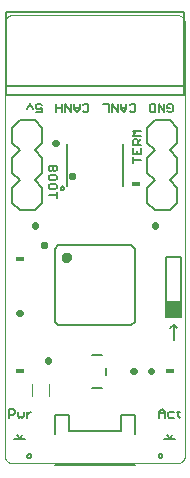
<source format=gto>
G75*
%MOIN*%
%OFA0B0*%
%FSLAX25Y25*%
%IPPOS*%
%LPD*%
%AMOC8*
5,1,8,0,0,1.08239X$1,22.5*
%
%ADD10C,0.00000*%
%ADD11C,0.00500*%
%ADD12C,0.01600*%
%ADD13C,0.00800*%
%ADD14C,0.02200*%
%ADD15R,0.03000X0.01800*%
%ADD16C,0.00600*%
%ADD17C,0.01575*%
%ADD18C,0.00200*%
D10*
X0035095Y0032058D02*
X0035095Y0176433D01*
X0035097Y0176531D01*
X0035103Y0176629D01*
X0035112Y0176727D01*
X0035126Y0176824D01*
X0035143Y0176921D01*
X0035164Y0177017D01*
X0035189Y0177112D01*
X0035217Y0177206D01*
X0035250Y0177298D01*
X0035285Y0177390D01*
X0035325Y0177480D01*
X0035367Y0177568D01*
X0035414Y0177655D01*
X0035463Y0177739D01*
X0035516Y0177822D01*
X0035572Y0177902D01*
X0035632Y0177981D01*
X0035694Y0178057D01*
X0035759Y0178130D01*
X0035827Y0178201D01*
X0035898Y0178269D01*
X0035971Y0178334D01*
X0036047Y0178396D01*
X0036126Y0178456D01*
X0036206Y0178512D01*
X0036289Y0178565D01*
X0036373Y0178614D01*
X0036460Y0178661D01*
X0036548Y0178703D01*
X0036638Y0178743D01*
X0036730Y0178778D01*
X0036822Y0178811D01*
X0036916Y0178839D01*
X0037011Y0178864D01*
X0037107Y0178885D01*
X0037204Y0178902D01*
X0037301Y0178916D01*
X0037399Y0178925D01*
X0037497Y0178931D01*
X0037595Y0178933D01*
X0092595Y0178933D01*
X0092693Y0178931D01*
X0092791Y0178925D01*
X0092889Y0178916D01*
X0092986Y0178902D01*
X0093083Y0178885D01*
X0093179Y0178864D01*
X0093274Y0178839D01*
X0093368Y0178811D01*
X0093460Y0178778D01*
X0093552Y0178743D01*
X0093642Y0178703D01*
X0093730Y0178661D01*
X0093817Y0178614D01*
X0093901Y0178565D01*
X0093984Y0178512D01*
X0094064Y0178456D01*
X0094143Y0178396D01*
X0094219Y0178334D01*
X0094292Y0178269D01*
X0094363Y0178201D01*
X0094431Y0178130D01*
X0094496Y0178057D01*
X0094558Y0177981D01*
X0094618Y0177902D01*
X0094674Y0177822D01*
X0094727Y0177739D01*
X0094776Y0177655D01*
X0094823Y0177568D01*
X0094865Y0177480D01*
X0094905Y0177390D01*
X0094940Y0177298D01*
X0094973Y0177206D01*
X0095001Y0177112D01*
X0095026Y0177017D01*
X0095047Y0176921D01*
X0095064Y0176824D01*
X0095078Y0176727D01*
X0095087Y0176629D01*
X0095093Y0176531D01*
X0095095Y0176433D01*
X0095095Y0032058D01*
X0095093Y0031960D01*
X0095087Y0031862D01*
X0095078Y0031764D01*
X0095064Y0031667D01*
X0095047Y0031570D01*
X0095026Y0031474D01*
X0095001Y0031379D01*
X0094973Y0031285D01*
X0094940Y0031193D01*
X0094905Y0031101D01*
X0094865Y0031011D01*
X0094823Y0030923D01*
X0094776Y0030836D01*
X0094727Y0030752D01*
X0094674Y0030669D01*
X0094618Y0030589D01*
X0094558Y0030510D01*
X0094496Y0030434D01*
X0094431Y0030361D01*
X0094363Y0030290D01*
X0094292Y0030222D01*
X0094219Y0030157D01*
X0094143Y0030095D01*
X0094064Y0030035D01*
X0093984Y0029979D01*
X0093901Y0029926D01*
X0093817Y0029877D01*
X0093730Y0029830D01*
X0093642Y0029788D01*
X0093552Y0029748D01*
X0093460Y0029713D01*
X0093368Y0029680D01*
X0093274Y0029652D01*
X0093179Y0029627D01*
X0093083Y0029606D01*
X0092986Y0029589D01*
X0092889Y0029575D01*
X0092791Y0029566D01*
X0092693Y0029560D01*
X0092595Y0029558D01*
X0037595Y0029558D01*
X0037497Y0029560D01*
X0037399Y0029566D01*
X0037301Y0029575D01*
X0037204Y0029589D01*
X0037107Y0029606D01*
X0037011Y0029627D01*
X0036916Y0029652D01*
X0036822Y0029680D01*
X0036730Y0029713D01*
X0036638Y0029748D01*
X0036548Y0029788D01*
X0036460Y0029830D01*
X0036373Y0029877D01*
X0036289Y0029926D01*
X0036206Y0029979D01*
X0036126Y0030035D01*
X0036047Y0030095D01*
X0035971Y0030157D01*
X0035898Y0030222D01*
X0035827Y0030290D01*
X0035759Y0030361D01*
X0035694Y0030434D01*
X0035632Y0030510D01*
X0035572Y0030589D01*
X0035516Y0030669D01*
X0035463Y0030752D01*
X0035414Y0030836D01*
X0035367Y0030923D01*
X0035325Y0031011D01*
X0035285Y0031101D01*
X0035250Y0031193D01*
X0035217Y0031285D01*
X0035189Y0031379D01*
X0035164Y0031474D01*
X0035143Y0031570D01*
X0035126Y0031667D01*
X0035112Y0031764D01*
X0035103Y0031862D01*
X0035097Y0031960D01*
X0035095Y0032058D01*
D11*
X0042595Y0032058D02*
X0042597Y0032108D01*
X0042603Y0032157D01*
X0042613Y0032206D01*
X0042626Y0032253D01*
X0042644Y0032300D01*
X0042665Y0032345D01*
X0042689Y0032388D01*
X0042717Y0032429D01*
X0042748Y0032468D01*
X0042782Y0032504D01*
X0042819Y0032538D01*
X0042859Y0032568D01*
X0042900Y0032595D01*
X0042944Y0032619D01*
X0042989Y0032639D01*
X0043036Y0032655D01*
X0043084Y0032668D01*
X0043133Y0032677D01*
X0043183Y0032682D01*
X0043232Y0032683D01*
X0043282Y0032680D01*
X0043331Y0032673D01*
X0043380Y0032662D01*
X0043427Y0032648D01*
X0043473Y0032629D01*
X0043518Y0032607D01*
X0043561Y0032582D01*
X0043601Y0032553D01*
X0043639Y0032521D01*
X0043675Y0032487D01*
X0043708Y0032449D01*
X0043737Y0032409D01*
X0043763Y0032367D01*
X0043786Y0032323D01*
X0043805Y0032277D01*
X0043821Y0032230D01*
X0043833Y0032181D01*
X0043841Y0032132D01*
X0043845Y0032083D01*
X0043845Y0032033D01*
X0043841Y0031984D01*
X0043833Y0031935D01*
X0043821Y0031886D01*
X0043805Y0031839D01*
X0043786Y0031793D01*
X0043763Y0031749D01*
X0043737Y0031707D01*
X0043708Y0031667D01*
X0043675Y0031629D01*
X0043639Y0031595D01*
X0043601Y0031563D01*
X0043561Y0031534D01*
X0043518Y0031509D01*
X0043473Y0031487D01*
X0043427Y0031468D01*
X0043380Y0031454D01*
X0043331Y0031443D01*
X0043282Y0031436D01*
X0043232Y0031433D01*
X0043183Y0031434D01*
X0043133Y0031439D01*
X0043084Y0031448D01*
X0043036Y0031461D01*
X0042989Y0031477D01*
X0042944Y0031497D01*
X0042900Y0031521D01*
X0042859Y0031548D01*
X0042819Y0031578D01*
X0042782Y0031612D01*
X0042748Y0031648D01*
X0042717Y0031687D01*
X0042689Y0031728D01*
X0042665Y0031771D01*
X0042644Y0031816D01*
X0042626Y0031863D01*
X0042613Y0031910D01*
X0042603Y0031959D01*
X0042597Y0032008D01*
X0042595Y0032058D01*
X0042488Y0044808D02*
X0042488Y0046610D01*
X0042488Y0045709D02*
X0043389Y0046610D01*
X0043839Y0046610D01*
X0041343Y0046610D02*
X0041343Y0045258D01*
X0040893Y0044808D01*
X0040442Y0045258D01*
X0039992Y0044808D01*
X0039542Y0045258D01*
X0039542Y0046610D01*
X0038397Y0047060D02*
X0038397Y0046159D01*
X0037946Y0045709D01*
X0036595Y0045709D01*
X0036595Y0044808D02*
X0036595Y0047510D01*
X0037946Y0047510D01*
X0038397Y0047060D01*
X0052422Y0118042D02*
X0052422Y0119844D01*
X0052422Y0118943D02*
X0049720Y0118943D01*
X0050171Y0120988D02*
X0049720Y0121439D01*
X0049720Y0122340D01*
X0050171Y0122790D01*
X0051972Y0122790D01*
X0052422Y0122340D01*
X0052422Y0121439D01*
X0051972Y0120988D01*
X0050171Y0120988D01*
X0050171Y0123935D02*
X0051972Y0123935D01*
X0052422Y0124385D01*
X0052422Y0125286D01*
X0051972Y0125737D01*
X0050171Y0125737D01*
X0049720Y0125286D01*
X0049720Y0124385D01*
X0050171Y0123935D01*
X0050171Y0126882D02*
X0049720Y0127332D01*
X0049720Y0128683D01*
X0052422Y0128683D01*
X0052422Y0127332D01*
X0051972Y0126882D01*
X0051522Y0126882D01*
X0051071Y0127332D01*
X0051071Y0128683D01*
X0051071Y0127332D02*
X0050621Y0126882D01*
X0050171Y0126882D01*
X0052329Y0146606D02*
X0052329Y0149308D01*
X0052329Y0147957D02*
X0054131Y0147957D01*
X0054131Y0149308D02*
X0054131Y0146606D01*
X0055276Y0146606D02*
X0055276Y0149308D01*
X0057077Y0146606D01*
X0057077Y0149308D01*
X0058222Y0149308D02*
X0058222Y0147507D01*
X0059123Y0146606D01*
X0060024Y0147507D01*
X0060024Y0149308D01*
X0061169Y0148858D02*
X0061619Y0149308D01*
X0062520Y0149308D01*
X0062970Y0148858D01*
X0062970Y0147056D01*
X0062520Y0146606D01*
X0061619Y0146606D01*
X0061169Y0147056D01*
X0060024Y0147957D02*
X0058222Y0147957D01*
X0067954Y0149308D02*
X0069756Y0149308D01*
X0069756Y0146606D01*
X0070901Y0146606D02*
X0070901Y0149308D01*
X0072702Y0146606D01*
X0072702Y0149308D01*
X0073847Y0149308D02*
X0073847Y0147507D01*
X0074748Y0146606D01*
X0075649Y0147507D01*
X0075649Y0149308D01*
X0076794Y0148858D02*
X0077244Y0149308D01*
X0078145Y0149308D01*
X0078595Y0148858D01*
X0078595Y0147056D01*
X0078145Y0146606D01*
X0077244Y0146606D01*
X0076794Y0147056D01*
X0075649Y0147957D02*
X0073847Y0147957D01*
X0077768Y0140449D02*
X0080470Y0140449D01*
X0080470Y0138648D02*
X0077768Y0138648D01*
X0078669Y0139548D01*
X0077768Y0140449D01*
X0078218Y0137503D02*
X0079119Y0137503D01*
X0079569Y0137052D01*
X0079569Y0135701D01*
X0079569Y0136602D02*
X0080470Y0137503D01*
X0080470Y0135701D02*
X0077768Y0135701D01*
X0077768Y0137052D01*
X0078218Y0137503D01*
X0077768Y0134556D02*
X0077768Y0132755D01*
X0080470Y0132755D01*
X0080470Y0134556D01*
X0079119Y0133655D02*
X0079119Y0132755D01*
X0077768Y0131610D02*
X0077768Y0129808D01*
X0077768Y0130709D02*
X0080470Y0130709D01*
X0083851Y0146606D02*
X0085202Y0146606D01*
X0085202Y0149308D01*
X0083851Y0149308D01*
X0083401Y0148858D01*
X0083401Y0147056D01*
X0083851Y0146606D01*
X0086347Y0146606D02*
X0086347Y0149308D01*
X0088149Y0146606D01*
X0088149Y0149308D01*
X0089294Y0148858D02*
X0089294Y0147957D01*
X0090194Y0147957D01*
X0089294Y0148858D02*
X0089744Y0149308D01*
X0090645Y0149308D01*
X0091095Y0148858D01*
X0091095Y0147056D01*
X0090645Y0146606D01*
X0089744Y0146606D01*
X0089294Y0147056D01*
X0088845Y0098308D02*
X0093845Y0098308D01*
X0093845Y0078308D01*
X0093845Y0083308D01*
X0088845Y0083308D01*
X0088845Y0078308D01*
X0093845Y0078308D01*
X0088845Y0078308D01*
X0088845Y0098308D01*
X0088845Y0083271D02*
X0093845Y0083271D01*
X0093845Y0082772D02*
X0088845Y0082772D01*
X0088845Y0082274D02*
X0093845Y0082274D01*
X0093845Y0081775D02*
X0088845Y0081775D01*
X0088845Y0081277D02*
X0093845Y0081277D01*
X0093845Y0080778D02*
X0088845Y0080778D01*
X0088845Y0080280D02*
X0093845Y0080280D01*
X0093845Y0079781D02*
X0088845Y0079781D01*
X0088845Y0079283D02*
X0093845Y0079283D01*
X0093845Y0078784D02*
X0088845Y0078784D01*
X0091345Y0075808D02*
X0090095Y0074558D01*
X0091345Y0075808D02*
X0092595Y0074558D01*
X0091345Y0075808D02*
X0091345Y0070808D01*
X0087496Y0047510D02*
X0086595Y0046610D01*
X0086595Y0044808D01*
X0086595Y0046159D02*
X0088397Y0046159D01*
X0088397Y0046610D02*
X0088397Y0044808D01*
X0089542Y0045258D02*
X0089542Y0046159D01*
X0089992Y0046610D01*
X0091343Y0046610D01*
X0092488Y0046610D02*
X0093389Y0046610D01*
X0092939Y0047060D02*
X0092939Y0045258D01*
X0093389Y0044808D01*
X0091343Y0044808D02*
X0089992Y0044808D01*
X0089542Y0045258D01*
X0088397Y0046610D02*
X0087496Y0047510D01*
X0086345Y0032058D02*
X0086347Y0032108D01*
X0086353Y0032157D01*
X0086363Y0032206D01*
X0086376Y0032253D01*
X0086394Y0032300D01*
X0086415Y0032345D01*
X0086439Y0032388D01*
X0086467Y0032429D01*
X0086498Y0032468D01*
X0086532Y0032504D01*
X0086569Y0032538D01*
X0086609Y0032568D01*
X0086650Y0032595D01*
X0086694Y0032619D01*
X0086739Y0032639D01*
X0086786Y0032655D01*
X0086834Y0032668D01*
X0086883Y0032677D01*
X0086933Y0032682D01*
X0086982Y0032683D01*
X0087032Y0032680D01*
X0087081Y0032673D01*
X0087130Y0032662D01*
X0087177Y0032648D01*
X0087223Y0032629D01*
X0087268Y0032607D01*
X0087311Y0032582D01*
X0087351Y0032553D01*
X0087389Y0032521D01*
X0087425Y0032487D01*
X0087458Y0032449D01*
X0087487Y0032409D01*
X0087513Y0032367D01*
X0087536Y0032323D01*
X0087555Y0032277D01*
X0087571Y0032230D01*
X0087583Y0032181D01*
X0087591Y0032132D01*
X0087595Y0032083D01*
X0087595Y0032033D01*
X0087591Y0031984D01*
X0087583Y0031935D01*
X0087571Y0031886D01*
X0087555Y0031839D01*
X0087536Y0031793D01*
X0087513Y0031749D01*
X0087487Y0031707D01*
X0087458Y0031667D01*
X0087425Y0031629D01*
X0087389Y0031595D01*
X0087351Y0031563D01*
X0087311Y0031534D01*
X0087268Y0031509D01*
X0087223Y0031487D01*
X0087177Y0031468D01*
X0087130Y0031454D01*
X0087081Y0031443D01*
X0087032Y0031436D01*
X0086982Y0031433D01*
X0086933Y0031434D01*
X0086883Y0031439D01*
X0086834Y0031448D01*
X0086786Y0031461D01*
X0086739Y0031477D01*
X0086694Y0031497D01*
X0086650Y0031521D01*
X0086609Y0031548D01*
X0086569Y0031578D01*
X0086532Y0031612D01*
X0086498Y0031648D01*
X0086467Y0031687D01*
X0086439Y0031728D01*
X0086415Y0031771D01*
X0086394Y0031816D01*
X0086376Y0031863D01*
X0086363Y0031910D01*
X0086353Y0031959D01*
X0086347Y0032008D01*
X0086345Y0032058D01*
X0047345Y0146606D02*
X0045544Y0146606D01*
X0045994Y0147507D02*
X0045544Y0147957D01*
X0045544Y0148858D01*
X0045994Y0149308D01*
X0046895Y0149308D01*
X0047345Y0148858D01*
X0047345Y0147957D02*
X0046444Y0147507D01*
X0045994Y0147507D01*
X0047345Y0147957D02*
X0047345Y0146606D01*
X0044399Y0147507D02*
X0043498Y0149308D01*
X0042597Y0147507D01*
D12*
X0057054Y0125391D02*
X0057056Y0125430D01*
X0057062Y0125469D01*
X0057072Y0125507D01*
X0057085Y0125544D01*
X0057102Y0125579D01*
X0057122Y0125613D01*
X0057146Y0125644D01*
X0057173Y0125673D01*
X0057202Y0125699D01*
X0057234Y0125722D01*
X0057268Y0125742D01*
X0057304Y0125758D01*
X0057341Y0125770D01*
X0057380Y0125779D01*
X0057419Y0125784D01*
X0057458Y0125785D01*
X0057497Y0125782D01*
X0057536Y0125775D01*
X0057573Y0125764D01*
X0057610Y0125750D01*
X0057645Y0125732D01*
X0057678Y0125711D01*
X0057709Y0125686D01*
X0057737Y0125659D01*
X0057762Y0125629D01*
X0057784Y0125596D01*
X0057803Y0125562D01*
X0057818Y0125526D01*
X0057830Y0125488D01*
X0057838Y0125450D01*
X0057842Y0125411D01*
X0057842Y0125371D01*
X0057838Y0125332D01*
X0057830Y0125294D01*
X0057818Y0125256D01*
X0057803Y0125220D01*
X0057784Y0125186D01*
X0057762Y0125153D01*
X0057737Y0125123D01*
X0057709Y0125096D01*
X0057678Y0125071D01*
X0057645Y0125050D01*
X0057610Y0125032D01*
X0057573Y0125018D01*
X0057536Y0125007D01*
X0057497Y0125000D01*
X0057458Y0124997D01*
X0057419Y0124998D01*
X0057380Y0125003D01*
X0057341Y0125012D01*
X0057304Y0125024D01*
X0057268Y0125040D01*
X0057234Y0125060D01*
X0057202Y0125083D01*
X0057173Y0125109D01*
X0057146Y0125138D01*
X0057122Y0125169D01*
X0057102Y0125203D01*
X0057085Y0125238D01*
X0057072Y0125275D01*
X0057062Y0125313D01*
X0057056Y0125352D01*
X0057054Y0125391D01*
X0047679Y0102266D02*
X0047681Y0102305D01*
X0047687Y0102344D01*
X0047697Y0102382D01*
X0047710Y0102419D01*
X0047727Y0102454D01*
X0047747Y0102488D01*
X0047771Y0102519D01*
X0047798Y0102548D01*
X0047827Y0102574D01*
X0047859Y0102597D01*
X0047893Y0102617D01*
X0047929Y0102633D01*
X0047966Y0102645D01*
X0048005Y0102654D01*
X0048044Y0102659D01*
X0048083Y0102660D01*
X0048122Y0102657D01*
X0048161Y0102650D01*
X0048198Y0102639D01*
X0048235Y0102625D01*
X0048270Y0102607D01*
X0048303Y0102586D01*
X0048334Y0102561D01*
X0048362Y0102534D01*
X0048387Y0102504D01*
X0048409Y0102471D01*
X0048428Y0102437D01*
X0048443Y0102401D01*
X0048455Y0102363D01*
X0048463Y0102325D01*
X0048467Y0102286D01*
X0048467Y0102246D01*
X0048463Y0102207D01*
X0048455Y0102169D01*
X0048443Y0102131D01*
X0048428Y0102095D01*
X0048409Y0102061D01*
X0048387Y0102028D01*
X0048362Y0101998D01*
X0048334Y0101971D01*
X0048303Y0101946D01*
X0048270Y0101925D01*
X0048235Y0101907D01*
X0048198Y0101893D01*
X0048161Y0101882D01*
X0048122Y0101875D01*
X0048083Y0101872D01*
X0048044Y0101873D01*
X0048005Y0101878D01*
X0047966Y0101887D01*
X0047929Y0101899D01*
X0047893Y0101915D01*
X0047859Y0101935D01*
X0047827Y0101958D01*
X0047798Y0101984D01*
X0047771Y0102013D01*
X0047747Y0102044D01*
X0047727Y0102078D01*
X0047710Y0102113D01*
X0047697Y0102150D01*
X0047687Y0102188D01*
X0047681Y0102227D01*
X0047679Y0102266D01*
D13*
X0045095Y0113933D02*
X0047595Y0116433D01*
X0047595Y0121433D01*
X0045095Y0123933D01*
X0047595Y0126433D01*
X0047595Y0131433D01*
X0045095Y0133933D01*
X0047595Y0136433D01*
X0047595Y0141433D01*
X0045095Y0143933D01*
X0040095Y0143933D01*
X0037595Y0141433D01*
X0037595Y0136433D01*
X0040095Y0133933D01*
X0037595Y0131433D01*
X0037595Y0126433D01*
X0040095Y0123933D01*
X0037595Y0121433D01*
X0037595Y0116433D01*
X0040095Y0113933D01*
X0045095Y0113933D01*
X0053680Y0121283D02*
X0053682Y0121330D01*
X0053688Y0121377D01*
X0053698Y0121424D01*
X0053711Y0121469D01*
X0053729Y0121513D01*
X0053750Y0121555D01*
X0053774Y0121596D01*
X0053802Y0121634D01*
X0053833Y0121670D01*
X0053867Y0121703D01*
X0053903Y0121733D01*
X0053942Y0121760D01*
X0053983Y0121784D01*
X0054026Y0121804D01*
X0054070Y0121820D01*
X0054116Y0121833D01*
X0054162Y0121842D01*
X0054210Y0121847D01*
X0054257Y0121848D01*
X0054304Y0121845D01*
X0054351Y0121838D01*
X0054397Y0121827D01*
X0054442Y0121813D01*
X0054486Y0121794D01*
X0054527Y0121772D01*
X0054567Y0121747D01*
X0054605Y0121718D01*
X0054640Y0121687D01*
X0054673Y0121652D01*
X0054702Y0121615D01*
X0054728Y0121576D01*
X0054751Y0121534D01*
X0054770Y0121491D01*
X0054786Y0121446D01*
X0054798Y0121400D01*
X0054806Y0121354D01*
X0054810Y0121307D01*
X0054810Y0121259D01*
X0054806Y0121212D01*
X0054798Y0121166D01*
X0054786Y0121120D01*
X0054770Y0121075D01*
X0054751Y0121032D01*
X0054728Y0120990D01*
X0054702Y0120951D01*
X0054673Y0120914D01*
X0054640Y0120879D01*
X0054605Y0120848D01*
X0054567Y0120819D01*
X0054528Y0120794D01*
X0054486Y0120772D01*
X0054442Y0120753D01*
X0054397Y0120739D01*
X0054351Y0120728D01*
X0054304Y0120721D01*
X0054257Y0120718D01*
X0054210Y0120719D01*
X0054162Y0120724D01*
X0054116Y0120733D01*
X0054070Y0120746D01*
X0054026Y0120762D01*
X0053983Y0120782D01*
X0053942Y0120806D01*
X0053903Y0120833D01*
X0053867Y0120863D01*
X0053833Y0120896D01*
X0053802Y0120932D01*
X0053774Y0120970D01*
X0053750Y0121011D01*
X0053729Y0121053D01*
X0053711Y0121097D01*
X0053698Y0121142D01*
X0053688Y0121189D01*
X0053682Y0121236D01*
X0053680Y0121283D01*
X0035415Y0152260D02*
X0035415Y0155409D01*
X0094864Y0155409D01*
X0094864Y0152260D01*
X0035415Y0152260D01*
X0035415Y0155409D02*
X0035415Y0179819D01*
X0094864Y0179819D01*
X0094864Y0155409D01*
X0090095Y0143933D02*
X0085095Y0143933D01*
X0082595Y0141433D01*
X0082595Y0136433D01*
X0085095Y0133933D01*
X0082595Y0131433D01*
X0082595Y0126433D01*
X0085095Y0123933D01*
X0082595Y0121433D01*
X0082595Y0116433D01*
X0085095Y0113933D01*
X0090095Y0113933D01*
X0092595Y0116433D01*
X0092595Y0121433D01*
X0090095Y0123933D01*
X0092595Y0126433D01*
X0092595Y0131433D01*
X0090095Y0133933D01*
X0092595Y0136433D01*
X0092595Y0141433D01*
X0090095Y0143933D01*
X0067411Y0065783D02*
X0064030Y0065783D01*
X0068911Y0061240D02*
X0068911Y0059126D01*
X0067411Y0054583D02*
X0064030Y0054583D01*
X0056434Y0045779D02*
X0056434Y0040267D01*
X0073757Y0040267D01*
X0073757Y0045779D01*
X0078481Y0045779D01*
X0078481Y0039479D01*
X0078481Y0028849D02*
X0051709Y0028849D01*
X0051709Y0039479D02*
X0051709Y0045779D01*
X0056434Y0045779D01*
X0041906Y0037639D02*
X0040095Y0037639D01*
X0039175Y0038859D01*
X0038284Y0037639D02*
X0040095Y0037639D01*
X0040195Y0037699D02*
X0040955Y0038859D01*
X0088284Y0037639D02*
X0090095Y0037639D01*
X0089175Y0038859D01*
X0090095Y0037639D02*
X0091906Y0037639D01*
X0090955Y0038859D02*
X0090195Y0037699D01*
D14*
X0083965Y0060183D02*
X0083725Y0060183D01*
X0078028Y0060183D02*
X0077788Y0060183D01*
X0049470Y0063813D02*
X0049470Y0064053D01*
X0040215Y0079558D02*
X0039975Y0079558D01*
X0045095Y0108813D02*
X0045095Y0109053D01*
X0051850Y0136433D02*
X0052090Y0136433D01*
X0085095Y0109053D02*
X0085095Y0108813D01*
D15*
X0078845Y0122683D03*
X0090095Y0060183D03*
X0040095Y0060183D03*
X0040095Y0097683D03*
D16*
X0051709Y0101138D02*
X0051709Y0076728D01*
X0052890Y0075547D01*
X0077300Y0075547D01*
X0078481Y0076728D01*
X0078481Y0101138D01*
X0077300Y0102319D01*
X0052890Y0102319D01*
X0051709Y0101138D01*
X0055796Y0121835D02*
X0055796Y0136031D01*
X0074394Y0136031D02*
X0074394Y0121835D01*
D17*
X0054859Y0098185D02*
X0054861Y0098241D01*
X0054867Y0098296D01*
X0054877Y0098350D01*
X0054890Y0098404D01*
X0054908Y0098457D01*
X0054929Y0098508D01*
X0054953Y0098558D01*
X0054981Y0098606D01*
X0055013Y0098652D01*
X0055047Y0098696D01*
X0055085Y0098737D01*
X0055125Y0098775D01*
X0055168Y0098810D01*
X0055213Y0098842D01*
X0055261Y0098871D01*
X0055310Y0098897D01*
X0055361Y0098919D01*
X0055413Y0098937D01*
X0055467Y0098951D01*
X0055522Y0098962D01*
X0055577Y0098969D01*
X0055632Y0098972D01*
X0055688Y0098971D01*
X0055743Y0098966D01*
X0055798Y0098957D01*
X0055852Y0098945D01*
X0055905Y0098928D01*
X0055957Y0098908D01*
X0056007Y0098884D01*
X0056055Y0098857D01*
X0056102Y0098827D01*
X0056146Y0098793D01*
X0056188Y0098756D01*
X0056226Y0098716D01*
X0056263Y0098674D01*
X0056296Y0098629D01*
X0056325Y0098583D01*
X0056352Y0098534D01*
X0056374Y0098483D01*
X0056394Y0098431D01*
X0056409Y0098377D01*
X0056421Y0098323D01*
X0056429Y0098268D01*
X0056433Y0098213D01*
X0056433Y0098157D01*
X0056429Y0098102D01*
X0056421Y0098047D01*
X0056409Y0097993D01*
X0056394Y0097939D01*
X0056374Y0097887D01*
X0056352Y0097836D01*
X0056325Y0097787D01*
X0056296Y0097741D01*
X0056263Y0097696D01*
X0056226Y0097654D01*
X0056188Y0097614D01*
X0056146Y0097577D01*
X0056102Y0097543D01*
X0056055Y0097513D01*
X0056007Y0097486D01*
X0055957Y0097462D01*
X0055905Y0097442D01*
X0055852Y0097425D01*
X0055798Y0097413D01*
X0055743Y0097404D01*
X0055688Y0097399D01*
X0055632Y0097398D01*
X0055577Y0097401D01*
X0055522Y0097408D01*
X0055467Y0097419D01*
X0055413Y0097433D01*
X0055361Y0097451D01*
X0055310Y0097473D01*
X0055261Y0097499D01*
X0055213Y0097528D01*
X0055168Y0097560D01*
X0055125Y0097595D01*
X0055085Y0097633D01*
X0055047Y0097674D01*
X0055013Y0097718D01*
X0054981Y0097764D01*
X0054953Y0097812D01*
X0054929Y0097862D01*
X0054908Y0097913D01*
X0054890Y0097966D01*
X0054877Y0098020D01*
X0054867Y0098074D01*
X0054861Y0098129D01*
X0054859Y0098185D01*
D18*
X0049923Y0055902D02*
X0049923Y0051965D01*
X0044017Y0051965D02*
X0044017Y0055902D01*
M02*

</source>
